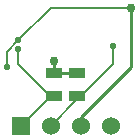
<source format=gbl>
G04 (created by PCBNEW (2013-07-07 BZR 4022)-stable) date 1/30/2015 12:57:55 AM*
%MOIN*%
G04 Gerber Fmt 3.4, Leading zero omitted, Abs format*
%FSLAX34Y34*%
G01*
G70*
G90*
G04 APERTURE LIST*
%ADD10C,0.00590551*%
%ADD11R,0.055X0.035*%
%ADD12R,0.06X0.06*%
%ADD13C,0.06*%
%ADD14C,0.03*%
%ADD15C,0.022*%
%ADD16C,0.009*%
%ADD17C,0.007*%
G04 APERTURE END LIST*
G54D10*
G54D11*
X85433Y-57695D03*
X85433Y-58445D03*
X84645Y-57695D03*
X84645Y-58445D03*
G54D12*
X83539Y-59448D03*
G54D13*
X84539Y-59448D03*
X85539Y-59448D03*
X86539Y-59448D03*
G54D14*
X84645Y-57283D03*
G54D15*
X83464Y-56594D03*
X83070Y-57480D03*
G54D14*
X87204Y-55511D03*
G54D15*
X86614Y-56791D03*
X83464Y-56889D03*
G54D16*
X84645Y-57283D02*
X84645Y-57695D01*
X84645Y-57695D02*
X85433Y-57695D01*
G54D17*
X83464Y-56594D02*
X84547Y-55511D01*
X83464Y-56594D02*
X83070Y-56988D01*
X84547Y-55511D02*
X87204Y-55511D01*
X83070Y-57480D02*
X83070Y-56988D01*
G54D16*
X85539Y-59448D02*
X85539Y-59145D01*
X87204Y-57480D02*
X87204Y-55511D01*
X85539Y-59145D02*
X87204Y-57480D01*
G54D17*
X86614Y-57381D02*
X86614Y-56791D01*
X85433Y-58445D02*
X85550Y-58445D01*
X85550Y-58445D02*
X86614Y-57381D01*
X85433Y-58445D02*
X85433Y-58555D01*
X85433Y-58555D02*
X84539Y-59448D01*
X84645Y-58445D02*
X84542Y-58445D01*
X84542Y-58445D02*
X83539Y-59448D01*
X83464Y-57381D02*
X83464Y-56889D01*
X84528Y-58445D02*
X83464Y-57381D01*
X84528Y-58445D02*
X84645Y-58445D01*
M02*

</source>
